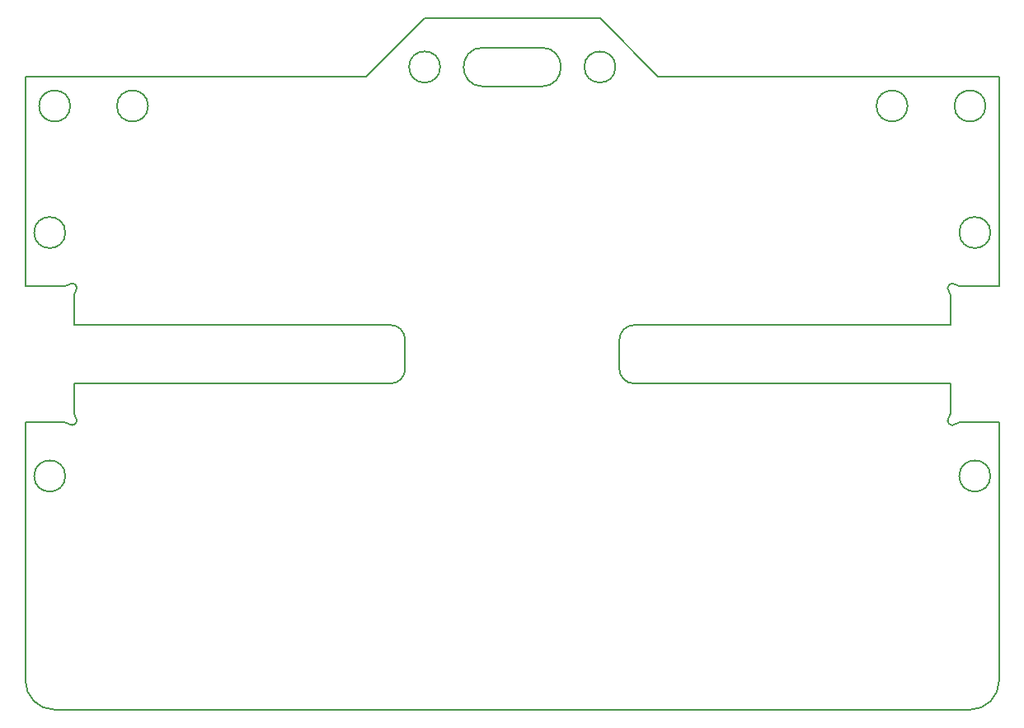
<source format=gbr>
%TF.GenerationSoftware,KiCad,Pcbnew,(6.0.4)*%
%TF.CreationDate,2022-08-24T21:10:21+09:00*%
%TF.ProjectId,robotrace_v1_main,726f626f-7472-4616-9365-5f76315f6d61,rev?*%
%TF.SameCoordinates,Original*%
%TF.FileFunction,Profile,NP*%
%FSLAX46Y46*%
G04 Gerber Fmt 4.6, Leading zero omitted, Abs format (unit mm)*
G04 Created by KiCad (PCBNEW (6.0.4)) date 2022-08-24 21:10:21*
%MOMM*%
%LPD*%
G01*
G04 APERTURE LIST*
%TA.AperFunction,Profile*%
%ADD10C,0.200000*%
%TD*%
G04 APERTURE END LIST*
D10*
X196200000Y-98000000D02*
G75*
G03*
X196200000Y-98000000I-1600000J0D01*
G01*
X102100000Y-113500000D02*
X102100000Y-116585822D01*
X97100000Y-82000000D02*
X97100000Y-103500000D01*
X159600000Y-107500000D02*
X192100000Y-107500000D01*
X100100000Y-147000000D02*
X194100000Y-147000000D01*
X102243934Y-104063155D02*
G75*
G03*
X101536845Y-103356066I-356034J351055D01*
G01*
X159600000Y-107500000D02*
G75*
G03*
X158100000Y-109000000I0J-1500000D01*
G01*
X192663155Y-103356066D02*
G75*
G03*
X191956066Y-104063155I-351055J-356034D01*
G01*
X157700000Y-81000000D02*
G75*
G03*
X157700000Y-81000000I-1600000J0D01*
G01*
X144100000Y-79000000D02*
G75*
G03*
X144100000Y-83000000I0J-2000000D01*
G01*
X101185822Y-103500016D02*
G75*
G03*
X101536845Y-103356066I-22J500016D01*
G01*
X192663166Y-103356055D02*
G75*
G03*
X193014178Y-103500000I351034J356055D01*
G01*
X101536834Y-117643945D02*
G75*
G03*
X101185822Y-117500000I-351034J-356055D01*
G01*
X194100000Y-147000000D02*
G75*
G03*
X197100000Y-144000000I0J3000000D01*
G01*
X134600000Y-113500000D02*
X102100000Y-113500000D01*
X102100000Y-107500000D02*
X134600000Y-107500000D01*
X97100000Y-117500000D02*
X97100000Y-144000000D01*
X97100000Y-144000000D02*
G75*
G03*
X100100000Y-147000000I3000000J0D01*
G01*
X101185822Y-117500000D02*
X97100000Y-117500000D01*
X195700000Y-85000000D02*
G75*
G03*
X195700000Y-85000000I-1600000J0D01*
G01*
X109700000Y-85000000D02*
G75*
G03*
X109700000Y-85000000I-1600000J0D01*
G01*
X197100000Y-144000000D02*
X197100000Y-117500000D01*
X191956055Y-116936834D02*
G75*
G03*
X192100000Y-116585822I-356055J351034D01*
G01*
X136100000Y-109000000D02*
X136100000Y-112000000D01*
X197100000Y-117500000D02*
X193014178Y-117500000D01*
X101700000Y-85000000D02*
G75*
G03*
X101700000Y-85000000I-1600000J0D01*
G01*
X134600000Y-113500000D02*
G75*
G03*
X136100000Y-112000000I0J1500000D01*
G01*
X158100000Y-112000000D02*
G75*
G03*
X159600000Y-113500000I1500000J0D01*
G01*
X191956066Y-116936845D02*
G75*
G03*
X192663155Y-117643934I356034J-351055D01*
G01*
X192100000Y-107500000D02*
X192100000Y-104414178D01*
X136100000Y-109000000D02*
G75*
G03*
X134600000Y-107500000I-1500000J0D01*
G01*
X150100000Y-83000000D02*
X144100000Y-83000000D01*
X132100000Y-82000000D02*
X97100000Y-82000000D01*
X97100000Y-103500000D02*
X101185822Y-103500000D01*
X158100000Y-112000000D02*
X158100000Y-109000000D01*
X193014178Y-103500000D02*
X197100000Y-103500000D01*
X101200000Y-123000000D02*
G75*
G03*
X101200000Y-123000000I-1600000J0D01*
G01*
X101536845Y-117643934D02*
G75*
G03*
X102243934Y-116936845I351055J356034D01*
G01*
X192100000Y-116585822D02*
X192100000Y-113500000D01*
X156100000Y-76000000D02*
X138100000Y-76000000D01*
X187700000Y-85000000D02*
G75*
G03*
X187700000Y-85000000I-1600000J0D01*
G01*
X197100000Y-103500000D02*
X197100000Y-82000000D01*
X150100000Y-83000000D02*
G75*
G03*
X150100000Y-79000000I0J2000000D01*
G01*
X144100000Y-79000000D02*
X150100000Y-79000000D01*
X193014178Y-117499984D02*
G75*
G03*
X192663155Y-117643934I22J-500016D01*
G01*
X192100000Y-113500000D02*
X159600000Y-113500000D01*
X197100000Y-82000000D02*
X162100000Y-82000000D01*
X102100000Y-104414178D02*
X102100000Y-107500000D01*
X138100000Y-76000000D02*
X132100000Y-82000000D01*
X102243945Y-104063166D02*
G75*
G03*
X102100000Y-104414178I356055J-351034D01*
G01*
X162100000Y-82000000D02*
X156100000Y-76000000D01*
X192100016Y-104414178D02*
G75*
G03*
X191956066Y-104063155I-500016J-22D01*
G01*
X101200000Y-98000000D02*
G75*
G03*
X101200000Y-98000000I-1600000J0D01*
G01*
X139700000Y-81000000D02*
G75*
G03*
X139700000Y-81000000I-1600000J0D01*
G01*
X196200000Y-123000000D02*
G75*
G03*
X196200000Y-123000000I-1600000J0D01*
G01*
X102099984Y-116585822D02*
G75*
G03*
X102243934Y-116936845I500016J22D01*
G01*
M02*

</source>
